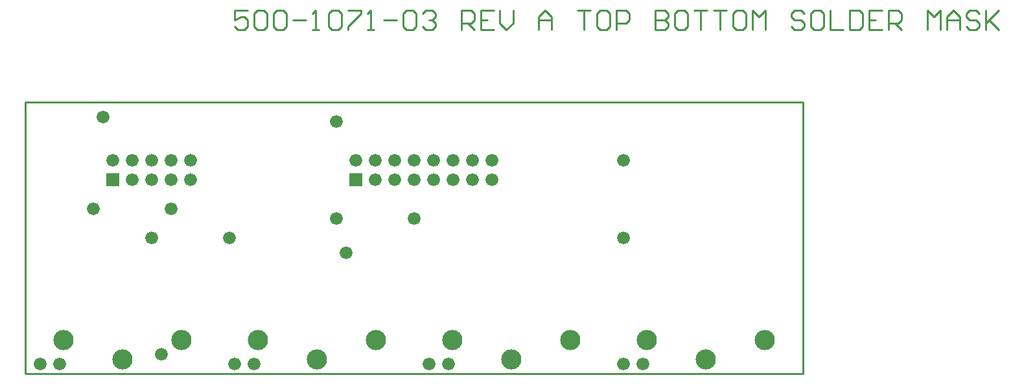
<source format=gbs>
%FSLAX24Y24*%
%MOIN*%
G70*
G01*
G75*
G04 Layer_Color=16711935*
%ADD10C,0.0120*%
%ADD11C,0.0100*%
%ADD12C,0.1000*%
%ADD13C,0.0620*%
%ADD14R,0.0620X0.0620*%
%ADD15C,0.0200*%
%ADD16C,0.0060*%
%ADD17C,0.1040*%
%ADD18C,0.0660*%
%ADD19R,0.0660X0.0660*%
D11*
X21416Y28750D02*
X20750D01*
Y28250D01*
X21083Y28416D01*
X21250D01*
X21416Y28250D01*
Y27917D01*
X21250Y27750D01*
X20917D01*
X20750Y27917D01*
X21750Y28583D02*
X21916Y28750D01*
X22250D01*
X22416Y28583D01*
Y27917D01*
X22250Y27750D01*
X21916D01*
X21750Y27917D01*
Y28583D01*
X22749D02*
X22916Y28750D01*
X23249D01*
X23416Y28583D01*
Y27917D01*
X23249Y27750D01*
X22916D01*
X22749Y27917D01*
Y28583D01*
X23749Y28250D02*
X24415D01*
X24749Y27750D02*
X25082D01*
X24915D01*
Y28750D01*
X24749Y28583D01*
X25582D02*
X25748Y28750D01*
X26082D01*
X26248Y28583D01*
Y27917D01*
X26082Y27750D01*
X25748D01*
X25582Y27917D01*
Y28583D01*
X26581Y28750D02*
X27248D01*
Y28583D01*
X26581Y27917D01*
Y27750D01*
X27581D02*
X27914D01*
X27748D01*
Y28750D01*
X27581Y28583D01*
X28414Y28250D02*
X29081D01*
X29414Y28583D02*
X29580Y28750D01*
X29914D01*
X30080Y28583D01*
Y27917D01*
X29914Y27750D01*
X29580D01*
X29414Y27917D01*
Y28583D01*
X30414D02*
X30580Y28750D01*
X30913D01*
X31080Y28583D01*
Y28416D01*
X30913Y28250D01*
X30747D01*
X30913D01*
X31080Y28083D01*
Y27917D01*
X30913Y27750D01*
X30580D01*
X30414Y27917D01*
X32413Y27750D02*
Y28750D01*
X32913D01*
X33079Y28583D01*
Y28250D01*
X32913Y28083D01*
X32413D01*
X32746D02*
X33079Y27750D01*
X34079Y28750D02*
X33413D01*
Y27750D01*
X34079D01*
X33413Y28250D02*
X33746D01*
X34412Y28750D02*
Y28083D01*
X34745Y27750D01*
X35079Y28083D01*
Y28750D01*
X36412Y27750D02*
Y28416D01*
X36745Y28750D01*
X37078Y28416D01*
Y27750D01*
Y28250D01*
X36412D01*
X38411Y28750D02*
X39077D01*
X38744D01*
Y27750D01*
X39910Y28750D02*
X39577D01*
X39411Y28583D01*
Y27917D01*
X39577Y27750D01*
X39910D01*
X40077Y27917D01*
Y28583D01*
X39910Y28750D01*
X40410Y27750D02*
Y28750D01*
X40910D01*
X41077Y28583D01*
Y28250D01*
X40910Y28083D01*
X40410D01*
X42410Y28750D02*
Y27750D01*
X42910D01*
X43076Y27917D01*
Y28083D01*
X42910Y28250D01*
X42410D01*
X42910D01*
X43076Y28416D01*
Y28583D01*
X42910Y28750D01*
X42410D01*
X43909D02*
X43576D01*
X43409Y28583D01*
Y27917D01*
X43576Y27750D01*
X43909D01*
X44076Y27917D01*
Y28583D01*
X43909Y28750D01*
X44409D02*
X45075D01*
X44742D01*
Y27750D01*
X45409Y28750D02*
X46075D01*
X45742D01*
Y27750D01*
X46908Y28750D02*
X46575D01*
X46408Y28583D01*
Y27917D01*
X46575Y27750D01*
X46908D01*
X47075Y27917D01*
Y28583D01*
X46908Y28750D01*
X47408Y27750D02*
Y28750D01*
X47741Y28416D01*
X48074Y28750D01*
Y27750D01*
X50074Y28583D02*
X49907Y28750D01*
X49574D01*
X49407Y28583D01*
Y28416D01*
X49574Y28250D01*
X49907D01*
X50074Y28083D01*
Y27917D01*
X49907Y27750D01*
X49574D01*
X49407Y27917D01*
X50907Y28750D02*
X50574D01*
X50407Y28583D01*
Y27917D01*
X50574Y27750D01*
X50907D01*
X51074Y27917D01*
Y28583D01*
X50907Y28750D01*
X51407D02*
Y27750D01*
X52073D01*
X52406Y28750D02*
Y27750D01*
X52906D01*
X53073Y27917D01*
Y28583D01*
X52906Y28750D01*
X52406D01*
X54073D02*
X53406D01*
Y27750D01*
X54073D01*
X53406Y28250D02*
X53739D01*
X54406Y27750D02*
Y28750D01*
X54906D01*
X55072Y28583D01*
Y28250D01*
X54906Y28083D01*
X54406D01*
X54739D02*
X55072Y27750D01*
X56405D02*
Y28750D01*
X56738Y28416D01*
X57072Y28750D01*
Y27750D01*
X57405D02*
Y28416D01*
X57738Y28750D01*
X58071Y28416D01*
Y27750D01*
Y28250D01*
X57405D01*
X59071Y28583D02*
X58904Y28750D01*
X58571D01*
X58404Y28583D01*
Y28416D01*
X58571Y28250D01*
X58904D01*
X59071Y28083D01*
Y27917D01*
X58904Y27750D01*
X58571D01*
X58404Y27917D01*
X59404Y28750D02*
Y27750D01*
Y28083D01*
X60071Y28750D01*
X59571Y28250D01*
X60071Y27750D01*
X10000Y10000D02*
Y24000D01*
X50000Y10000D02*
Y24000D01*
X10000D02*
X50000D01*
X10000Y10000D02*
X50000D01*
D17*
X45000Y10750D02*
D03*
X41968Y11734D02*
D03*
X48032D02*
D03*
X35000Y10750D02*
D03*
X31969Y11734D02*
D03*
X38031D02*
D03*
X25000Y10750D02*
D03*
X21969Y11734D02*
D03*
X28031D02*
D03*
X15000Y10750D02*
D03*
X11968Y11734D02*
D03*
X18032D02*
D03*
D18*
X11750Y10500D02*
D03*
X10750D02*
D03*
X13500Y18500D02*
D03*
X17500D02*
D03*
Y21000D02*
D03*
X14500D02*
D03*
X15500Y20000D02*
D03*
Y21000D02*
D03*
X16500Y20000D02*
D03*
Y21000D02*
D03*
X17500Y20000D02*
D03*
X18500D02*
D03*
Y21000D02*
D03*
X21750Y10500D02*
D03*
X20750D02*
D03*
X27000Y21000D02*
D03*
X28000Y20000D02*
D03*
Y21000D02*
D03*
X29000Y20000D02*
D03*
Y21000D02*
D03*
X30000Y20000D02*
D03*
Y21000D02*
D03*
X31000Y20000D02*
D03*
Y21000D02*
D03*
X32000Y20000D02*
D03*
Y21000D02*
D03*
X33000Y20000D02*
D03*
Y21000D02*
D03*
X34000Y20000D02*
D03*
Y21000D02*
D03*
X30000Y18000D02*
D03*
X26000D02*
D03*
X20500Y17000D02*
D03*
X16500D02*
D03*
X31750Y10500D02*
D03*
X30750D02*
D03*
X41750D02*
D03*
X40750D02*
D03*
Y17000D02*
D03*
Y21000D02*
D03*
X26000Y23000D02*
D03*
X26500Y16250D02*
D03*
X17000Y11000D02*
D03*
X14000Y23250D02*
D03*
D19*
X14500Y20000D02*
D03*
X27000D02*
D03*
M02*

</source>
